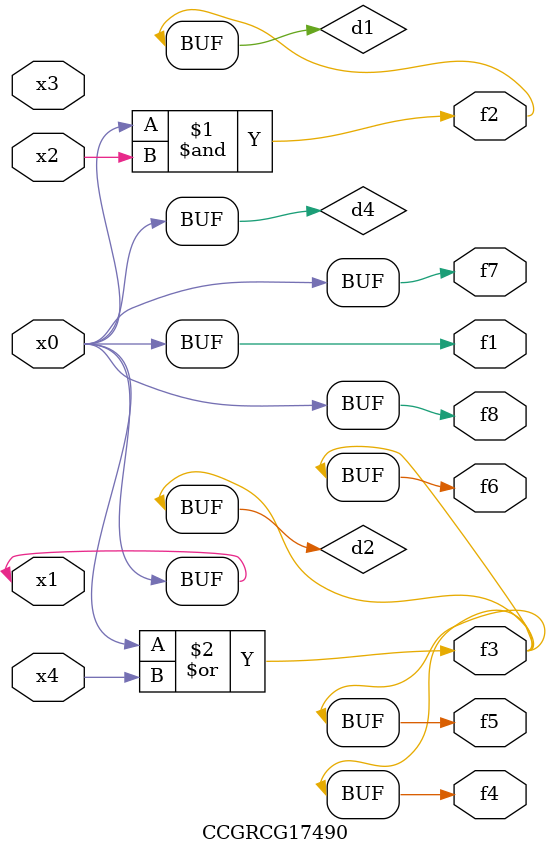
<source format=v>
module CCGRCG17490(
	input x0, x1, x2, x3, x4,
	output f1, f2, f3, f4, f5, f6, f7, f8
);

	wire d1, d2, d3, d4;

	and (d1, x0, x2);
	or (d2, x0, x4);
	nand (d3, x0, x2);
	buf (d4, x0, x1);
	assign f1 = d4;
	assign f2 = d1;
	assign f3 = d2;
	assign f4 = d2;
	assign f5 = d2;
	assign f6 = d2;
	assign f7 = d4;
	assign f8 = d4;
endmodule

</source>
